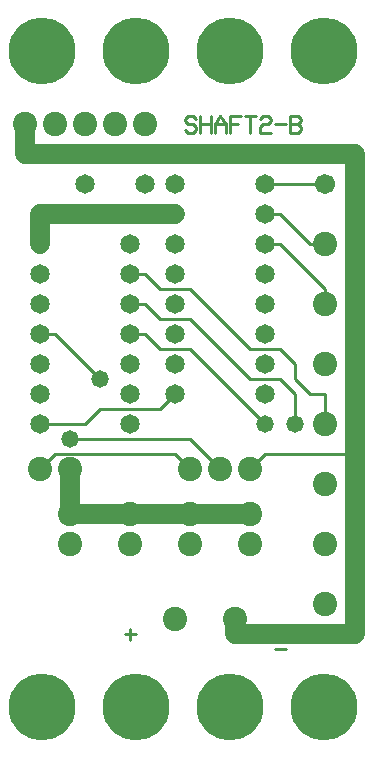
<source format=gtl>
%MOIN*%
%FSLAX25Y25*%
G04 D10 used for Character Trace; *
G04     Circle (OD=.01000) (No hole)*
G04 D11 used for Power Trace; *
G04     Circle (OD=.06700) (No hole)*
G04 D12 used for Signal Trace; *
G04     Circle (OD=.01100) (No hole)*
G04 D13 used for Via; *
G04     Circle (OD=.05800) (Round. Hole ID=.02800)*
G04 D14 used for Component hole; *
G04     Circle (OD=.06500) (Round. Hole ID=.03500)*
G04 D15 used for Component hole; *
G04     Circle (OD=.06700) (Round. Hole ID=.04300)*
G04 D16 used for Component hole; *
G04     Circle (OD=.08100) (Round. Hole ID=.05100)*
G04 D17 used for Component hole; *
G04     Circle (OD=.08900) (Round. Hole ID=.05900)*
G04 D18 used for Component hole; *
G04     Circle (OD=.11300) (Round. Hole ID=.08300)*
G04 D19 used for Component hole; *
G04     Circle (OD=.16000) (Round. Hole ID=.13000)*
G04 D20 used for Component hole; *
G04     Circle (OD=.18300) (Round. Hole ID=.15300)*
G04 D21 used for Component hole; *
G04     Circle (OD=.22291) (Round. Hole ID=.19291)*
%ADD10C,.01000*%
%ADD11C,.06700*%
%ADD12C,.01100*%
%ADD13C,.05800*%
%ADD14C,.06500*%
%ADD15C,.06700*%
%ADD16C,.08100*%
%ADD17C,.08900*%
%ADD18C,.11300*%
%ADD19C,.16000*%
%ADD20C,.18300*%
%ADD21C,.22291*%
%IPPOS*%
%LPD*%
G90*X0Y0D02*D21*X15625Y15625D03*X46875D03*D10*    
X43326Y40000D02*X46674D01*X45000Y41914D02*        
Y38086D01*D16*X60000Y45000D03*X65000Y70000D03*    
X45000D03*X25000D03*X65000Y80000D03*D11*X45000D01*
D16*D03*D11*X25000D01*D16*D03*D11*Y95000D01*D16*  
D03*D12*X15000D02*X20000Y100000D01*D16*           
X15000Y95000D03*D12*X20000Y100000D02*X60000D01*   
X65000Y95000D01*D16*D03*X75000D03*D12*            
X65000Y105000D01*X25000D01*D13*D03*D12*           
X15000Y110000D02*X30000D01*D14*X15000D03*         
Y120000D03*D12*X30000Y110000D02*X35000Y115000D01* 
X55000D01*X60000Y120000D01*D14*D03*Y130000D03*    
X45000D03*D12*X90000Y110000D02*X65000Y135000D01*  
D13*X90000Y110000D03*D12*X100000D02*Y120000D01*   
D13*Y110000D03*D12*X110000D02*Y120000D01*D16*     
Y110000D03*D11*X120000Y40000D02*Y100000D01*       
X80000Y40000D02*X120000D01*X80000D02*Y45000D01*   
D16*D03*D10*X93326Y35000D02*X96674D01*D16*        
X85000Y70000D03*D21*X109375Y15625D03*X78125D03*   
D16*X110000Y50000D03*Y70000D03*X85000Y80000D03*   
D11*X65000D01*D16*X85000Y95000D03*D12*            
X90000Y100000D01*X120000D01*D11*Y200000D01*       
X50000D01*D13*D03*D11*X10000D01*Y210000D01*D16*   
D03*X20000D03*D14*X30000Y190000D03*D16*Y210000D03*
D21*X15625Y234375D03*D16*X40000Y210000D03*D11*    
X15000Y170000D02*Y180000D01*D14*Y170000D03*D11*   
Y180000D02*X60000D01*D14*D03*X50000Y190000D03*    
X60000D03*Y170000D03*X45000D03*Y160000D03*D12*    
X50000D01*X55000Y155000D01*X65000D01*             
X85000Y135000D01*X95000D01*X100000Y130000D01*     
Y125000D01*X105000Y120000D01*X110000D01*D16*      
Y130000D03*D12*X100000Y120000D02*X95000Y125000D01*
X85000D01*X65000Y145000D01*X55000D01*             
X50000Y150000D01*X45000D01*D14*D03*Y140000D03*D12*
X50000D01*X55000Y135000D01*X65000D01*D14*         
X60000Y140000D03*Y150000D03*X45000Y120000D03*     
X90000Y160000D03*X45000Y110000D03*                
X90000Y120000D03*Y130000D03*Y140000D03*           
X60000Y160000D03*X90000Y150000D03*D13*            
X35000Y125000D03*D12*X20000Y140000D01*X15000D01*  
D14*D03*Y150000D03*Y130000D03*Y160000D03*D10*     
X66674Y211914D02*X65837Y212871D01*X64163D01*      
X63326Y211914D01*Y210957D01*X64163Y210000D01*     
X65837D01*X66674Y209043D01*Y208086D01*            
X65837Y207129D01*X64163D01*X63326Y208086D01*      
X68326Y207129D02*Y212871D01*X71674Y207129D02*     
Y212871D01*X68326Y210000D02*X71674D01*            
X73326Y207129D02*Y210000D01*X75000Y212871D01*     
X76674Y210000D01*Y207129D01*X73326Y210000D02*     
X76674D01*X78326Y207129D02*Y212871D01*X81674D01*  
X78326Y210000D02*X80837D01*X85000Y207129D02*      
Y212871D01*X83326D02*X86674D01*X88326Y211914D02*  
X89163Y212871D01*X90837D01*X91674Y211914D01*      
Y210957D01*X90837Y210000D01*X89163D01*            
X88326Y209043D01*Y207129D01*X91674D01*            
X93326Y210000D02*X96674D01*X98326Y207129D02*      
Y212871D01*X100837D01*X101674Y211914D01*          
Y210957D01*X100837Y210000D01*X101674Y209043D01*   
Y208086D01*X100837Y207129D01*X98326D01*Y210000D02*
X100837D01*D16*X50000D03*D14*X90000Y170000D03*D12*
X95000D01*X110000Y155000D01*Y150000D01*D16*D03*   
Y170000D03*D12*X105000D01*X95000Y180000D01*       
X90000D01*D14*D03*Y190000D03*D12*X110000D01*D15*  
D03*D21*X109375Y234375D03*X78125D03*X46875D03*D16*
X110000Y90000D03*M02*                             

</source>
